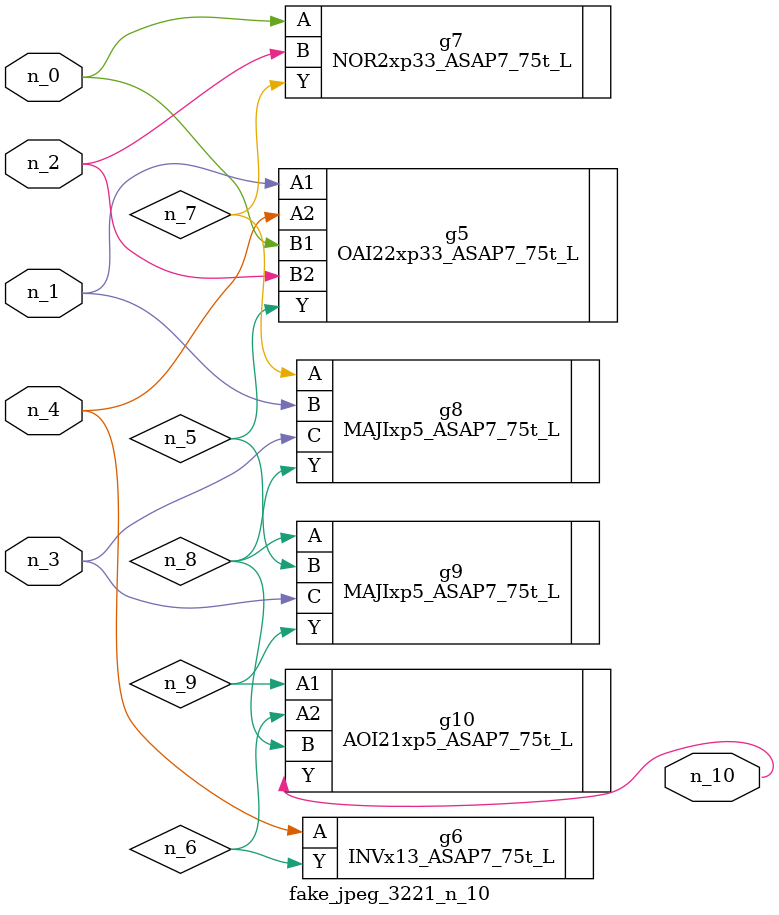
<source format=v>
module fake_jpeg_3221_n_10 (n_3, n_2, n_1, n_0, n_4, n_10);

input n_3;
input n_2;
input n_1;
input n_0;
input n_4;

output n_10;

wire n_8;
wire n_9;
wire n_6;
wire n_5;
wire n_7;

OAI22xp33_ASAP7_75t_L g5 ( 
.A1(n_1),
.A2(n_4),
.B1(n_0),
.B2(n_2),
.Y(n_5)
);

INVx13_ASAP7_75t_L g6 ( 
.A(n_4),
.Y(n_6)
);

NOR2xp33_ASAP7_75t_L g7 ( 
.A(n_0),
.B(n_2),
.Y(n_7)
);

MAJIxp5_ASAP7_75t_L g8 ( 
.A(n_7),
.B(n_1),
.C(n_3),
.Y(n_8)
);

MAJIxp5_ASAP7_75t_L g9 ( 
.A(n_8),
.B(n_5),
.C(n_3),
.Y(n_9)
);

AOI21xp5_ASAP7_75t_L g10 ( 
.A1(n_9),
.A2(n_6),
.B(n_8),
.Y(n_10)
);


endmodule
</source>
